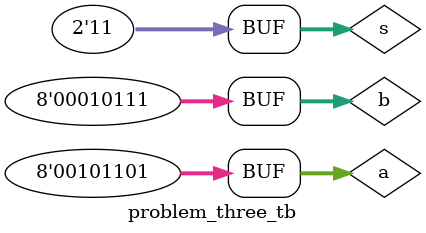
<source format=v>
module problem_three_tb();
	reg[7:0] a;
	reg[7:0] b;
	wire[7:0] out;
	reg[1:0] s;

	problem_three p3(a,b,s,out);
	
	initial begin
		$dumpfile("problem_three.vcd");
		$dumpvars(0, problem_three_tb);

		a = 8'b00101101;
		b = 8'b00010111;
		s = 2'b00;
		#20;
		s = 2'b01;
		#20;
		s = 2'b10;
		#20;
		s = 2'b11;
		#20;
	end
endmodule

</source>
